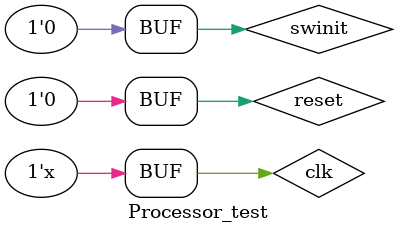
<source format=sv>
module Processor_test();

	logic clk, reset, swinit;
	logic  GPIO, GPIOBoolean;
	
	Processor uut(clk, reset, swinit, GPIO, GPIOBoolean);
	

	initial begin
		clk=0; reset=0; swinit=0; #3;
		reset=1; #3;
		reset=0; #3;
	end
	
	
	always begin
		clk=!clk; #10;
	end
	
endmodule 
</source>
